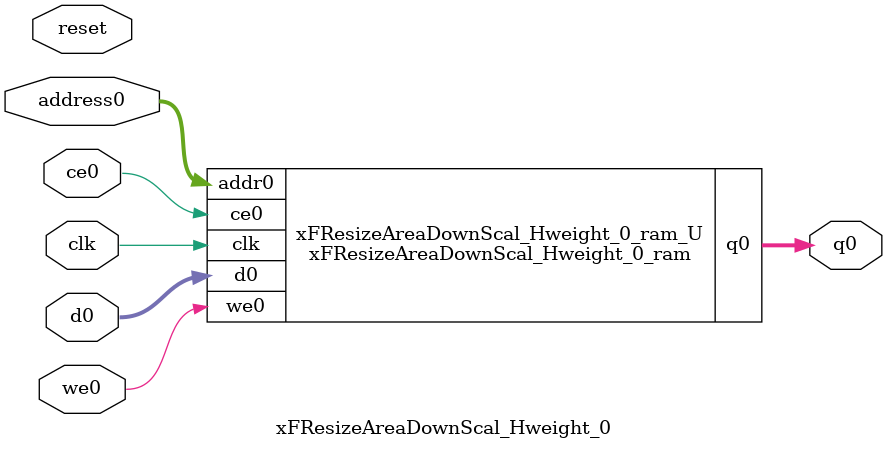
<source format=v>
`timescale 1 ns / 1 ps
module xFResizeAreaDownScal_Hweight_0_ram (addr0, ce0, d0, we0, q0,  clk);

parameter DWIDTH = 16;
parameter AWIDTH = 10;
parameter MEM_SIZE = 640;

input[AWIDTH-1:0] addr0;
input ce0;
input[DWIDTH-1:0] d0;
input we0;
output reg[DWIDTH-1:0] q0;
input clk;

(* ram_style = "block" *)reg [DWIDTH-1:0] ram[0:MEM_SIZE-1];




always @(posedge clk)  
begin 
    if (ce0) 
    begin
        if (we0) 
        begin 
            ram[addr0] <= d0; 
        end 
        q0 <= ram[addr0];
    end
end


endmodule

`timescale 1 ns / 1 ps
module xFResizeAreaDownScal_Hweight_0(
    reset,
    clk,
    address0,
    ce0,
    we0,
    d0,
    q0);

parameter DataWidth = 32'd16;
parameter AddressRange = 32'd640;
parameter AddressWidth = 32'd10;
input reset;
input clk;
input[AddressWidth - 1:0] address0;
input ce0;
input we0;
input[DataWidth - 1:0] d0;
output[DataWidth - 1:0] q0;



xFResizeAreaDownScal_Hweight_0_ram xFResizeAreaDownScal_Hweight_0_ram_U(
    .clk( clk ),
    .addr0( address0 ),
    .ce0( ce0 ),
    .we0( we0 ),
    .d0( d0 ),
    .q0( q0 ));

endmodule


</source>
